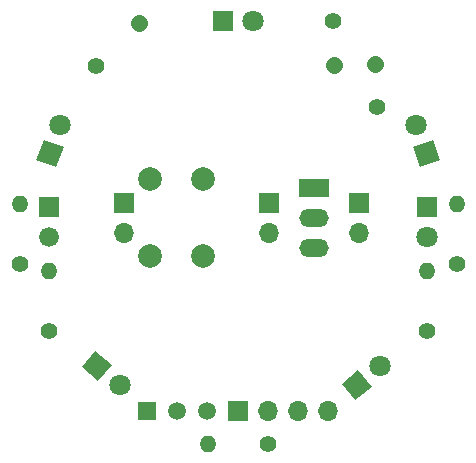
<source format=gbs>
%MOIN*%
%OFA0B0*%
%FSLAX46Y46*%
%IPPOS*%
%LPD*%
%ADD10C,0.0039370078740157488*%
%ADD11C,0.070866141732283464*%
%ADD12R,0.066X0.066*%
%ADD13C,0.066*%
%ADD14C,0.055118110236220472*%
%ADD15O,0.055118110236220472X0.055118110236220472*%
%ADD16C,0.055118110236220472*%
%ADD17R,0.070866141732283464X0.070866141732283464*%
%ADD18R,0.066929133858267723X0.066929133858267723*%
%ADD19O,0.066929133858267723X0.066929133858267723*%
%ADD20C,0.059842519685039376*%
%ADD21R,0.059842519685039376X0.059842519685039376*%
%ADD32C,0.0039370078740157488*%
%ADD33R,0.066929133858267723X0.066929133858267723*%
%ADD34O,0.066929133858267723X0.066929133858267723*%
%ADD35C,0.07874015748031496*%
%ADD36C,0.0039370078740157488*%
%ADD37R,0.066929133858267723X0.066929133858267723*%
%ADD38O,0.066929133858267723X0.066929133858267723*%
%ADD39R,0.0984251968503937X0.059055118110236227*%
%ADD40O,0.0984251968503937X0.059055118110236227*%
G01*
D10*
G36*
X0001538893Y0003317664D02*
X0001472301Y0003293427D01*
X0001448063Y0003360019D01*
X0001514656Y0003384257D01*
X0001538893Y0003317664D01*
X0001538893Y0003317664D01*
G37*
D11*
X0001459276Y0003432811D03*
D12*
X0000236220Y0003160236D03*
D13*
X0000236220Y0003060236D03*
D14*
X0000137795Y0002972440D03*
D15*
X0000137795Y0003172440D03*
D14*
X0000964566Y0002372047D03*
D15*
X0000764566Y0002372047D03*
D14*
X0001328740Y0003494094D03*
D16*
X0001187318Y0003635515D02*
X0001187318Y0003635515D01*
D14*
X0001181102Y0003779527D03*
D16*
X0001322523Y0003638106D02*
X0001322523Y0003638106D01*
D14*
X0001496062Y0002746062D03*
D15*
X0001496062Y0002946062D03*
D14*
X0000236220Y0002746062D03*
D15*
X0000236220Y0002946062D03*
D14*
X0000393700Y0003631889D03*
D16*
X0000535122Y0003773311D02*
X0000535122Y0003773311D01*
D14*
X0001594488Y0002972440D03*
D15*
X0001594488Y0003172440D03*
D10*
G36*
X0000344849Y0002626197D02*
X0000390401Y0002680483D01*
X0000444687Y0002634931D01*
X0000399136Y0002580645D01*
X0000344849Y0002626197D01*
X0000344849Y0002626197D01*
G37*
D11*
X0000471373Y0002566285D03*
D10*
G36*
X0000259981Y0003293427D02*
X0000193389Y0003317664D01*
X0000217627Y0003384257D01*
X0000284219Y0003360019D01*
X0000259981Y0003293427D01*
X0000259981Y0003293427D01*
G37*
D11*
X0000273006Y0003432811D03*
D17*
X0000816141Y0003779527D03*
D11*
X0000916141Y0003779527D03*
D17*
X0001496062Y0003159448D03*
D11*
X0001496062Y0003059448D03*
D10*
G36*
X0001256542Y0002516366D02*
X0001210991Y0002570653D01*
X0001265277Y0002616205D01*
X0001310829Y0002561918D01*
X0001256542Y0002516366D01*
X0001256542Y0002516366D01*
G37*
D11*
X0001337514Y0002630564D03*
D18*
X0000866141Y0002480314D03*
D19*
X0000966141Y0002480314D03*
X0001066141Y0002480314D03*
X0001166141Y0002480314D03*
D20*
X0000661023Y0002480314D03*
X0000761023Y0002480314D03*
D21*
X0000561023Y0002480314D03*
D20*
X0000661023Y0002480314D03*
X0000761023Y0002480314D03*
D21*
X0000561023Y0002480314D03*
G04 next file*
G04 #@! TF.FileFunction,Soldermask,Bot*
G04 Gerber Fmt 4.6, Leading zero omitted, Abs format (unit mm)*
G04 Created by KiCad (PCBNEW 4.0.6) date 04/23/19 17:50:16*
G01*
G04 APERTURE LIST*
G04 APERTURE END LIST*
D32*
D33*
X-0005137795Y0007322834D02*
X0000487204Y0003172834D03*
D34*
X0000487204Y0003072834D03*
D35*
X0000749370Y0002997834D03*
X0000572204Y0002997834D03*
X0000749370Y0003253740D03*
X0000572204Y0003253740D03*
G04 next file*
G04 #@! TF.FileFunction,Soldermask,Bot*
G04 Gerber Fmt 4.6, Leading zero omitted, Abs format (unit mm)*
G04 Created by KiCad (PCBNEW 4.0.6) date 04/23/19 17:44:28*
G01*
G04 APERTURE LIST*
G04 APERTURE END LIST*
D36*
D37*
X-0004681102Y0007322834D02*
X0001268897Y0003172834D03*
D38*
X0001268897Y0003072834D03*
D37*
X0000968897Y0003172834D03*
D38*
X0000968897Y0003072834D03*
D39*
X0001118897Y0003222834D03*
D40*
X0001118897Y0003122834D03*
X0001118897Y0003022834D03*
M02*
</source>
